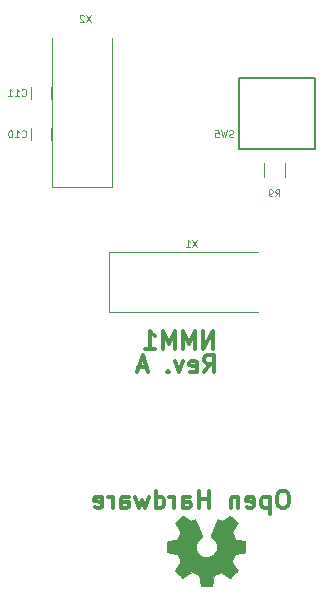
<source format=gbr>
G04 #@! TF.FileFunction,Legend,Bot*
%FSLAX46Y46*%
G04 Gerber Fmt 4.6, Leading zero omitted, Abs format (unit mm)*
G04 Created by KiCad (PCBNEW 4.0.5) date 03/28/17 16:53:09*
%MOMM*%
%LPD*%
G01*
G04 APERTURE LIST*
%ADD10C,0.100000*%
%ADD11C,0.300000*%
%ADD12C,0.120000*%
%ADD13C,0.150000*%
%ADD14C,0.010000*%
G04 APERTURE END LIST*
D10*
D11*
X142571428Y-93178571D02*
X143071428Y-92464286D01*
X143428571Y-93178571D02*
X143428571Y-91678571D01*
X142857143Y-91678571D01*
X142714285Y-91750000D01*
X142642857Y-91821429D01*
X142571428Y-91964286D01*
X142571428Y-92178571D01*
X142642857Y-92321429D01*
X142714285Y-92392857D01*
X142857143Y-92464286D01*
X143428571Y-92464286D01*
X141357143Y-93107143D02*
X141500000Y-93178571D01*
X141785714Y-93178571D01*
X141928571Y-93107143D01*
X142000000Y-92964286D01*
X142000000Y-92392857D01*
X141928571Y-92250000D01*
X141785714Y-92178571D01*
X141500000Y-92178571D01*
X141357143Y-92250000D01*
X141285714Y-92392857D01*
X141285714Y-92535714D01*
X142000000Y-92678571D01*
X140785714Y-92178571D02*
X140428571Y-93178571D01*
X140071429Y-92178571D01*
X139500000Y-93035714D02*
X139428572Y-93107143D01*
X139500000Y-93178571D01*
X139571429Y-93107143D01*
X139500000Y-93035714D01*
X139500000Y-93178571D01*
X137714286Y-92750000D02*
X137000000Y-92750000D01*
X137857143Y-93178571D02*
X137357143Y-91678571D01*
X136857143Y-93178571D01*
X149392857Y-103178571D02*
X149107143Y-103178571D01*
X148964285Y-103250000D01*
X148821428Y-103392857D01*
X148750000Y-103678571D01*
X148750000Y-104178571D01*
X148821428Y-104464286D01*
X148964285Y-104607143D01*
X149107143Y-104678571D01*
X149392857Y-104678571D01*
X149535714Y-104607143D01*
X149678571Y-104464286D01*
X149750000Y-104178571D01*
X149750000Y-103678571D01*
X149678571Y-103392857D01*
X149535714Y-103250000D01*
X149392857Y-103178571D01*
X148107142Y-103678571D02*
X148107142Y-105178571D01*
X148107142Y-103750000D02*
X147964285Y-103678571D01*
X147678571Y-103678571D01*
X147535714Y-103750000D01*
X147464285Y-103821429D01*
X147392856Y-103964286D01*
X147392856Y-104392857D01*
X147464285Y-104535714D01*
X147535714Y-104607143D01*
X147678571Y-104678571D01*
X147964285Y-104678571D01*
X148107142Y-104607143D01*
X146178571Y-104607143D02*
X146321428Y-104678571D01*
X146607142Y-104678571D01*
X146749999Y-104607143D01*
X146821428Y-104464286D01*
X146821428Y-103892857D01*
X146749999Y-103750000D01*
X146607142Y-103678571D01*
X146321428Y-103678571D01*
X146178571Y-103750000D01*
X146107142Y-103892857D01*
X146107142Y-104035714D01*
X146821428Y-104178571D01*
X145464285Y-103678571D02*
X145464285Y-104678571D01*
X145464285Y-103821429D02*
X145392857Y-103750000D01*
X145249999Y-103678571D01*
X145035714Y-103678571D01*
X144892857Y-103750000D01*
X144821428Y-103892857D01*
X144821428Y-104678571D01*
X142964285Y-104678571D02*
X142964285Y-103178571D01*
X142964285Y-103892857D02*
X142107142Y-103892857D01*
X142107142Y-104678571D02*
X142107142Y-103178571D01*
X140749999Y-104678571D02*
X140749999Y-103892857D01*
X140821428Y-103750000D01*
X140964285Y-103678571D01*
X141249999Y-103678571D01*
X141392856Y-103750000D01*
X140749999Y-104607143D02*
X140892856Y-104678571D01*
X141249999Y-104678571D01*
X141392856Y-104607143D01*
X141464285Y-104464286D01*
X141464285Y-104321429D01*
X141392856Y-104178571D01*
X141249999Y-104107143D01*
X140892856Y-104107143D01*
X140749999Y-104035714D01*
X140035713Y-104678571D02*
X140035713Y-103678571D01*
X140035713Y-103964286D02*
X139964285Y-103821429D01*
X139892856Y-103750000D01*
X139749999Y-103678571D01*
X139607142Y-103678571D01*
X138464285Y-104678571D02*
X138464285Y-103178571D01*
X138464285Y-104607143D02*
X138607142Y-104678571D01*
X138892856Y-104678571D01*
X139035714Y-104607143D01*
X139107142Y-104535714D01*
X139178571Y-104392857D01*
X139178571Y-103964286D01*
X139107142Y-103821429D01*
X139035714Y-103750000D01*
X138892856Y-103678571D01*
X138607142Y-103678571D01*
X138464285Y-103750000D01*
X137892856Y-103678571D02*
X137607142Y-104678571D01*
X137321428Y-103964286D01*
X137035713Y-104678571D01*
X136749999Y-103678571D01*
X135535713Y-104678571D02*
X135535713Y-103892857D01*
X135607142Y-103750000D01*
X135749999Y-103678571D01*
X136035713Y-103678571D01*
X136178570Y-103750000D01*
X135535713Y-104607143D02*
X135678570Y-104678571D01*
X136035713Y-104678571D01*
X136178570Y-104607143D01*
X136249999Y-104464286D01*
X136249999Y-104321429D01*
X136178570Y-104178571D01*
X136035713Y-104107143D01*
X135678570Y-104107143D01*
X135535713Y-104035714D01*
X134821427Y-104678571D02*
X134821427Y-103678571D01*
X134821427Y-103964286D02*
X134749999Y-103821429D01*
X134678570Y-103750000D01*
X134535713Y-103678571D01*
X134392856Y-103678571D01*
X133321428Y-104607143D02*
X133464285Y-104678571D01*
X133749999Y-104678571D01*
X133892856Y-104607143D01*
X133964285Y-104464286D01*
X133964285Y-103892857D01*
X133892856Y-103750000D01*
X133749999Y-103678571D01*
X133464285Y-103678571D01*
X133321428Y-103750000D01*
X133249999Y-103892857D01*
X133249999Y-104035714D01*
X133964285Y-104178571D01*
X143357143Y-91178571D02*
X143357143Y-89678571D01*
X142500000Y-91178571D01*
X142500000Y-89678571D01*
X141785714Y-91178571D02*
X141785714Y-89678571D01*
X141285714Y-90750000D01*
X140785714Y-89678571D01*
X140785714Y-91178571D01*
X140071428Y-91178571D02*
X140071428Y-89678571D01*
X139571428Y-90750000D01*
X139071428Y-89678571D01*
X139071428Y-91178571D01*
X137571428Y-91178571D02*
X138428571Y-91178571D01*
X137999999Y-91178571D02*
X137999999Y-89678571D01*
X138142856Y-89892857D01*
X138285714Y-90035714D01*
X138428571Y-90107143D01*
D12*
X127900000Y-73500000D02*
X127900000Y-72500000D01*
X129600000Y-72500000D02*
X129600000Y-73500000D01*
X129600000Y-69000000D02*
X129600000Y-70000000D01*
X127900000Y-70000000D02*
X127900000Y-69000000D01*
X149380000Y-76600000D02*
X149380000Y-75400000D01*
X147620000Y-75400000D02*
X147620000Y-76600000D01*
X147150000Y-88050000D02*
X134550000Y-88050000D01*
X134550000Y-88050000D02*
X134550000Y-82950000D01*
X134550000Y-82950000D02*
X147150000Y-82950000D01*
X134800000Y-64850000D02*
X134800000Y-77450000D01*
X134800000Y-77450000D02*
X129700000Y-77450000D01*
X129700000Y-77450000D02*
X129700000Y-64850000D01*
D13*
X145500000Y-74250000D02*
X145500000Y-68250000D01*
X152000000Y-74250000D02*
X152000000Y-68250000D01*
X145500000Y-68250000D02*
X152000000Y-68250000D01*
X145500000Y-74250000D02*
X152000000Y-74250000D01*
D14*
G36*
X143305814Y-110781069D02*
X143389635Y-110336445D01*
X143698920Y-110208947D01*
X144008206Y-110081449D01*
X144379246Y-110333754D01*
X144483157Y-110404004D01*
X144577087Y-110466728D01*
X144656652Y-110519062D01*
X144717470Y-110558143D01*
X144755157Y-110581107D01*
X144765421Y-110586058D01*
X144783910Y-110573324D01*
X144823420Y-110538118D01*
X144879522Y-110484938D01*
X144947787Y-110418282D01*
X145023786Y-110342646D01*
X145103092Y-110262528D01*
X145181275Y-110182426D01*
X145253907Y-110106836D01*
X145316559Y-110040255D01*
X145364803Y-109987182D01*
X145394210Y-109952113D01*
X145401241Y-109940377D01*
X145391123Y-109918740D01*
X145362759Y-109871338D01*
X145319129Y-109802807D01*
X145263218Y-109717785D01*
X145198006Y-109620907D01*
X145160219Y-109565650D01*
X145091343Y-109464752D01*
X145030140Y-109373701D01*
X144979578Y-109297030D01*
X144942628Y-109239272D01*
X144922258Y-109204957D01*
X144919197Y-109197746D01*
X144926136Y-109177252D01*
X144945051Y-109129487D01*
X144973087Y-109061168D01*
X145007391Y-108979011D01*
X145045109Y-108889730D01*
X145083387Y-108800042D01*
X145119370Y-108716662D01*
X145150206Y-108646306D01*
X145173039Y-108595690D01*
X145185017Y-108571529D01*
X145185724Y-108570578D01*
X145204531Y-108565964D01*
X145254618Y-108555672D01*
X145330793Y-108540713D01*
X145427865Y-108522099D01*
X145540643Y-108500841D01*
X145606442Y-108488582D01*
X145726950Y-108465638D01*
X145835797Y-108443805D01*
X145927476Y-108424278D01*
X145996481Y-108408252D01*
X146037304Y-108396921D01*
X146045511Y-108393326D01*
X146053548Y-108368994D01*
X146060033Y-108314041D01*
X146064970Y-108234892D01*
X146068364Y-108137974D01*
X146070218Y-108029713D01*
X146070538Y-107916535D01*
X146069327Y-107804865D01*
X146066590Y-107701132D01*
X146062331Y-107611759D01*
X146056555Y-107543174D01*
X146049267Y-107501803D01*
X146044895Y-107493190D01*
X146018764Y-107482867D01*
X145963393Y-107468108D01*
X145886107Y-107450648D01*
X145794230Y-107432220D01*
X145762158Y-107426259D01*
X145607524Y-107397934D01*
X145485375Y-107375124D01*
X145391673Y-107356920D01*
X145322384Y-107342417D01*
X145273471Y-107330708D01*
X145240897Y-107320885D01*
X145220628Y-107312044D01*
X145208626Y-107303276D01*
X145206947Y-107301543D01*
X145190184Y-107273629D01*
X145164614Y-107219305D01*
X145132788Y-107145223D01*
X145097260Y-107058035D01*
X145060583Y-106964392D01*
X145025311Y-106870948D01*
X144993996Y-106784353D01*
X144969193Y-106711260D01*
X144953454Y-106658322D01*
X144949332Y-106632189D01*
X144949676Y-106631274D01*
X144963641Y-106609914D01*
X144995322Y-106562916D01*
X145041391Y-106495173D01*
X145098518Y-106411577D01*
X145163373Y-106317018D01*
X145181843Y-106290146D01*
X145247699Y-106192725D01*
X145305650Y-106103837D01*
X145352538Y-106028588D01*
X145385207Y-105972080D01*
X145400500Y-105939419D01*
X145401241Y-105935407D01*
X145388392Y-105914316D01*
X145352888Y-105872536D01*
X145299293Y-105814555D01*
X145232171Y-105744865D01*
X145156087Y-105667955D01*
X145075604Y-105588317D01*
X144995287Y-105510439D01*
X144919699Y-105438814D01*
X144853405Y-105377930D01*
X144800969Y-105332279D01*
X144766955Y-105306350D01*
X144757545Y-105302117D01*
X144735643Y-105312088D01*
X144690800Y-105338980D01*
X144630321Y-105378264D01*
X144583789Y-105409883D01*
X144499475Y-105467902D01*
X144399626Y-105536216D01*
X144299473Y-105604421D01*
X144245627Y-105640925D01*
X144063371Y-105764200D01*
X143910381Y-105681480D01*
X143840682Y-105645241D01*
X143781414Y-105617074D01*
X143741311Y-105601009D01*
X143731103Y-105598774D01*
X143718829Y-105615278D01*
X143694613Y-105661918D01*
X143660263Y-105734391D01*
X143617588Y-105828394D01*
X143568394Y-105939626D01*
X143514490Y-106063785D01*
X143457684Y-106196568D01*
X143399782Y-106333673D01*
X143342593Y-106470798D01*
X143287924Y-106603642D01*
X143237584Y-106727902D01*
X143193380Y-106839275D01*
X143157119Y-106933461D01*
X143130609Y-107006156D01*
X143115658Y-107053059D01*
X143113254Y-107069167D01*
X143132311Y-107089714D01*
X143174036Y-107123067D01*
X143229706Y-107162298D01*
X143234378Y-107165401D01*
X143378264Y-107280577D01*
X143494283Y-107414947D01*
X143581430Y-107564216D01*
X143638699Y-107724087D01*
X143665086Y-107890263D01*
X143659585Y-108058448D01*
X143621190Y-108224345D01*
X143548895Y-108383658D01*
X143527626Y-108418513D01*
X143416996Y-108559263D01*
X143286302Y-108672286D01*
X143140064Y-108756997D01*
X142982808Y-108812806D01*
X142819057Y-108839126D01*
X142653333Y-108835370D01*
X142490162Y-108800950D01*
X142334065Y-108735277D01*
X142189567Y-108637765D01*
X142144869Y-108598187D01*
X142031112Y-108474297D01*
X141948218Y-108343876D01*
X141891356Y-108197685D01*
X141859687Y-108052912D01*
X141851869Y-107890140D01*
X141877938Y-107726560D01*
X141935245Y-107567702D01*
X142021144Y-107419094D01*
X142132986Y-107286265D01*
X142268123Y-107174744D01*
X142285883Y-107162989D01*
X142342150Y-107124492D01*
X142384923Y-107091137D01*
X142405372Y-107069840D01*
X142405669Y-107069167D01*
X142401279Y-107046129D01*
X142383876Y-106993843D01*
X142355268Y-106916610D01*
X142317265Y-106818732D01*
X142271674Y-106704509D01*
X142220303Y-106578242D01*
X142164962Y-106444233D01*
X142107458Y-106306782D01*
X142049601Y-106170192D01*
X141993198Y-106038763D01*
X141940058Y-105916795D01*
X141891990Y-105808591D01*
X141850801Y-105718451D01*
X141818301Y-105650677D01*
X141796297Y-105609570D01*
X141787436Y-105598774D01*
X141760360Y-105607181D01*
X141709697Y-105629728D01*
X141644183Y-105662387D01*
X141608159Y-105681480D01*
X141455168Y-105764200D01*
X141272912Y-105640925D01*
X141179875Y-105577772D01*
X141078015Y-105508273D01*
X140982562Y-105442835D01*
X140934750Y-105409883D01*
X140867505Y-105364727D01*
X140810564Y-105328943D01*
X140771354Y-105307062D01*
X140758619Y-105302437D01*
X140740083Y-105314915D01*
X140699059Y-105349748D01*
X140639525Y-105403322D01*
X140565458Y-105472017D01*
X140480835Y-105552219D01*
X140427315Y-105603714D01*
X140333681Y-105695714D01*
X140252759Y-105778001D01*
X140187823Y-105847055D01*
X140142142Y-105899356D01*
X140118989Y-105931384D01*
X140116768Y-105937884D01*
X140127076Y-105962606D01*
X140155561Y-106012595D01*
X140199063Y-106082788D01*
X140254423Y-106168125D01*
X140318480Y-106263544D01*
X140336697Y-106290146D01*
X140403073Y-106386833D01*
X140462622Y-106473883D01*
X140512016Y-106546405D01*
X140547925Y-106599507D01*
X140567019Y-106628297D01*
X140568864Y-106631274D01*
X140566105Y-106654218D01*
X140551462Y-106704664D01*
X140527487Y-106775959D01*
X140496734Y-106861453D01*
X140461756Y-106954493D01*
X140425107Y-107048426D01*
X140389339Y-107136601D01*
X140357006Y-107212366D01*
X140330662Y-107269069D01*
X140312858Y-107300057D01*
X140311593Y-107301543D01*
X140300706Y-107310399D01*
X140282318Y-107319157D01*
X140252394Y-107328723D01*
X140206897Y-107340004D01*
X140141791Y-107353907D01*
X140053039Y-107371337D01*
X139936607Y-107393202D01*
X139788458Y-107420409D01*
X139756382Y-107426259D01*
X139661314Y-107444626D01*
X139578435Y-107462595D01*
X139515070Y-107478431D01*
X139478542Y-107490400D01*
X139473644Y-107493190D01*
X139465573Y-107517928D01*
X139459013Y-107573210D01*
X139453967Y-107652611D01*
X139450441Y-107749704D01*
X139448439Y-107858062D01*
X139447964Y-107971260D01*
X139449023Y-108082872D01*
X139451618Y-108186471D01*
X139455754Y-108275632D01*
X139461437Y-108343928D01*
X139468669Y-108384934D01*
X139473029Y-108393326D01*
X139497302Y-108401792D01*
X139552574Y-108415565D01*
X139633338Y-108433450D01*
X139734088Y-108454252D01*
X139849317Y-108476777D01*
X139912098Y-108488582D01*
X140031213Y-108510849D01*
X140137435Y-108531021D01*
X140225573Y-108548085D01*
X140290434Y-108561031D01*
X140326826Y-108568845D01*
X140332816Y-108570578D01*
X140342939Y-108590110D01*
X140364338Y-108637157D01*
X140394161Y-108704997D01*
X140429555Y-108786909D01*
X140467668Y-108876172D01*
X140505647Y-108966065D01*
X140540640Y-109049865D01*
X140569794Y-109120853D01*
X140590257Y-109172306D01*
X140599177Y-109197503D01*
X140599343Y-109198604D01*
X140589231Y-109218481D01*
X140560883Y-109264223D01*
X140517277Y-109331283D01*
X140461394Y-109415116D01*
X140396213Y-109511174D01*
X140358321Y-109566350D01*
X140289275Y-109667519D01*
X140227950Y-109759370D01*
X140177337Y-109837256D01*
X140140429Y-109896531D01*
X140120218Y-109932549D01*
X140117299Y-109940623D01*
X140129847Y-109959416D01*
X140164537Y-109999543D01*
X140216937Y-110056507D01*
X140282616Y-110125815D01*
X140357144Y-110202969D01*
X140436087Y-110283475D01*
X140515017Y-110362837D01*
X140589500Y-110436560D01*
X140655106Y-110500148D01*
X140707404Y-110549106D01*
X140741961Y-110578939D01*
X140753522Y-110586058D01*
X140772346Y-110576047D01*
X140817369Y-110547922D01*
X140884213Y-110504546D01*
X140968501Y-110448782D01*
X141065856Y-110383494D01*
X141139293Y-110333754D01*
X141510333Y-110081449D01*
X142128905Y-110336445D01*
X142212725Y-110781069D01*
X142296546Y-111225693D01*
X143221994Y-111225693D01*
X143305814Y-110781069D01*
X143305814Y-110781069D01*
G37*
X143305814Y-110781069D02*
X143389635Y-110336445D01*
X143698920Y-110208947D01*
X144008206Y-110081449D01*
X144379246Y-110333754D01*
X144483157Y-110404004D01*
X144577087Y-110466728D01*
X144656652Y-110519062D01*
X144717470Y-110558143D01*
X144755157Y-110581107D01*
X144765421Y-110586058D01*
X144783910Y-110573324D01*
X144823420Y-110538118D01*
X144879522Y-110484938D01*
X144947787Y-110418282D01*
X145023786Y-110342646D01*
X145103092Y-110262528D01*
X145181275Y-110182426D01*
X145253907Y-110106836D01*
X145316559Y-110040255D01*
X145364803Y-109987182D01*
X145394210Y-109952113D01*
X145401241Y-109940377D01*
X145391123Y-109918740D01*
X145362759Y-109871338D01*
X145319129Y-109802807D01*
X145263218Y-109717785D01*
X145198006Y-109620907D01*
X145160219Y-109565650D01*
X145091343Y-109464752D01*
X145030140Y-109373701D01*
X144979578Y-109297030D01*
X144942628Y-109239272D01*
X144922258Y-109204957D01*
X144919197Y-109197746D01*
X144926136Y-109177252D01*
X144945051Y-109129487D01*
X144973087Y-109061168D01*
X145007391Y-108979011D01*
X145045109Y-108889730D01*
X145083387Y-108800042D01*
X145119370Y-108716662D01*
X145150206Y-108646306D01*
X145173039Y-108595690D01*
X145185017Y-108571529D01*
X145185724Y-108570578D01*
X145204531Y-108565964D01*
X145254618Y-108555672D01*
X145330793Y-108540713D01*
X145427865Y-108522099D01*
X145540643Y-108500841D01*
X145606442Y-108488582D01*
X145726950Y-108465638D01*
X145835797Y-108443805D01*
X145927476Y-108424278D01*
X145996481Y-108408252D01*
X146037304Y-108396921D01*
X146045511Y-108393326D01*
X146053548Y-108368994D01*
X146060033Y-108314041D01*
X146064970Y-108234892D01*
X146068364Y-108137974D01*
X146070218Y-108029713D01*
X146070538Y-107916535D01*
X146069327Y-107804865D01*
X146066590Y-107701132D01*
X146062331Y-107611759D01*
X146056555Y-107543174D01*
X146049267Y-107501803D01*
X146044895Y-107493190D01*
X146018764Y-107482867D01*
X145963393Y-107468108D01*
X145886107Y-107450648D01*
X145794230Y-107432220D01*
X145762158Y-107426259D01*
X145607524Y-107397934D01*
X145485375Y-107375124D01*
X145391673Y-107356920D01*
X145322384Y-107342417D01*
X145273471Y-107330708D01*
X145240897Y-107320885D01*
X145220628Y-107312044D01*
X145208626Y-107303276D01*
X145206947Y-107301543D01*
X145190184Y-107273629D01*
X145164614Y-107219305D01*
X145132788Y-107145223D01*
X145097260Y-107058035D01*
X145060583Y-106964392D01*
X145025311Y-106870948D01*
X144993996Y-106784353D01*
X144969193Y-106711260D01*
X144953454Y-106658322D01*
X144949332Y-106632189D01*
X144949676Y-106631274D01*
X144963641Y-106609914D01*
X144995322Y-106562916D01*
X145041391Y-106495173D01*
X145098518Y-106411577D01*
X145163373Y-106317018D01*
X145181843Y-106290146D01*
X145247699Y-106192725D01*
X145305650Y-106103837D01*
X145352538Y-106028588D01*
X145385207Y-105972080D01*
X145400500Y-105939419D01*
X145401241Y-105935407D01*
X145388392Y-105914316D01*
X145352888Y-105872536D01*
X145299293Y-105814555D01*
X145232171Y-105744865D01*
X145156087Y-105667955D01*
X145075604Y-105588317D01*
X144995287Y-105510439D01*
X144919699Y-105438814D01*
X144853405Y-105377930D01*
X144800969Y-105332279D01*
X144766955Y-105306350D01*
X144757545Y-105302117D01*
X144735643Y-105312088D01*
X144690800Y-105338980D01*
X144630321Y-105378264D01*
X144583789Y-105409883D01*
X144499475Y-105467902D01*
X144399626Y-105536216D01*
X144299473Y-105604421D01*
X144245627Y-105640925D01*
X144063371Y-105764200D01*
X143910381Y-105681480D01*
X143840682Y-105645241D01*
X143781414Y-105617074D01*
X143741311Y-105601009D01*
X143731103Y-105598774D01*
X143718829Y-105615278D01*
X143694613Y-105661918D01*
X143660263Y-105734391D01*
X143617588Y-105828394D01*
X143568394Y-105939626D01*
X143514490Y-106063785D01*
X143457684Y-106196568D01*
X143399782Y-106333673D01*
X143342593Y-106470798D01*
X143287924Y-106603642D01*
X143237584Y-106727902D01*
X143193380Y-106839275D01*
X143157119Y-106933461D01*
X143130609Y-107006156D01*
X143115658Y-107053059D01*
X143113254Y-107069167D01*
X143132311Y-107089714D01*
X143174036Y-107123067D01*
X143229706Y-107162298D01*
X143234378Y-107165401D01*
X143378264Y-107280577D01*
X143494283Y-107414947D01*
X143581430Y-107564216D01*
X143638699Y-107724087D01*
X143665086Y-107890263D01*
X143659585Y-108058448D01*
X143621190Y-108224345D01*
X143548895Y-108383658D01*
X143527626Y-108418513D01*
X143416996Y-108559263D01*
X143286302Y-108672286D01*
X143140064Y-108756997D01*
X142982808Y-108812806D01*
X142819057Y-108839126D01*
X142653333Y-108835370D01*
X142490162Y-108800950D01*
X142334065Y-108735277D01*
X142189567Y-108637765D01*
X142144869Y-108598187D01*
X142031112Y-108474297D01*
X141948218Y-108343876D01*
X141891356Y-108197685D01*
X141859687Y-108052912D01*
X141851869Y-107890140D01*
X141877938Y-107726560D01*
X141935245Y-107567702D01*
X142021144Y-107419094D01*
X142132986Y-107286265D01*
X142268123Y-107174744D01*
X142285883Y-107162989D01*
X142342150Y-107124492D01*
X142384923Y-107091137D01*
X142405372Y-107069840D01*
X142405669Y-107069167D01*
X142401279Y-107046129D01*
X142383876Y-106993843D01*
X142355268Y-106916610D01*
X142317265Y-106818732D01*
X142271674Y-106704509D01*
X142220303Y-106578242D01*
X142164962Y-106444233D01*
X142107458Y-106306782D01*
X142049601Y-106170192D01*
X141993198Y-106038763D01*
X141940058Y-105916795D01*
X141891990Y-105808591D01*
X141850801Y-105718451D01*
X141818301Y-105650677D01*
X141796297Y-105609570D01*
X141787436Y-105598774D01*
X141760360Y-105607181D01*
X141709697Y-105629728D01*
X141644183Y-105662387D01*
X141608159Y-105681480D01*
X141455168Y-105764200D01*
X141272912Y-105640925D01*
X141179875Y-105577772D01*
X141078015Y-105508273D01*
X140982562Y-105442835D01*
X140934750Y-105409883D01*
X140867505Y-105364727D01*
X140810564Y-105328943D01*
X140771354Y-105307062D01*
X140758619Y-105302437D01*
X140740083Y-105314915D01*
X140699059Y-105349748D01*
X140639525Y-105403322D01*
X140565458Y-105472017D01*
X140480835Y-105552219D01*
X140427315Y-105603714D01*
X140333681Y-105695714D01*
X140252759Y-105778001D01*
X140187823Y-105847055D01*
X140142142Y-105899356D01*
X140118989Y-105931384D01*
X140116768Y-105937884D01*
X140127076Y-105962606D01*
X140155561Y-106012595D01*
X140199063Y-106082788D01*
X140254423Y-106168125D01*
X140318480Y-106263544D01*
X140336697Y-106290146D01*
X140403073Y-106386833D01*
X140462622Y-106473883D01*
X140512016Y-106546405D01*
X140547925Y-106599507D01*
X140567019Y-106628297D01*
X140568864Y-106631274D01*
X140566105Y-106654218D01*
X140551462Y-106704664D01*
X140527487Y-106775959D01*
X140496734Y-106861453D01*
X140461756Y-106954493D01*
X140425107Y-107048426D01*
X140389339Y-107136601D01*
X140357006Y-107212366D01*
X140330662Y-107269069D01*
X140312858Y-107300057D01*
X140311593Y-107301543D01*
X140300706Y-107310399D01*
X140282318Y-107319157D01*
X140252394Y-107328723D01*
X140206897Y-107340004D01*
X140141791Y-107353907D01*
X140053039Y-107371337D01*
X139936607Y-107393202D01*
X139788458Y-107420409D01*
X139756382Y-107426259D01*
X139661314Y-107444626D01*
X139578435Y-107462595D01*
X139515070Y-107478431D01*
X139478542Y-107490400D01*
X139473644Y-107493190D01*
X139465573Y-107517928D01*
X139459013Y-107573210D01*
X139453967Y-107652611D01*
X139450441Y-107749704D01*
X139448439Y-107858062D01*
X139447964Y-107971260D01*
X139449023Y-108082872D01*
X139451618Y-108186471D01*
X139455754Y-108275632D01*
X139461437Y-108343928D01*
X139468669Y-108384934D01*
X139473029Y-108393326D01*
X139497302Y-108401792D01*
X139552574Y-108415565D01*
X139633338Y-108433450D01*
X139734088Y-108454252D01*
X139849317Y-108476777D01*
X139912098Y-108488582D01*
X140031213Y-108510849D01*
X140137435Y-108531021D01*
X140225573Y-108548085D01*
X140290434Y-108561031D01*
X140326826Y-108568845D01*
X140332816Y-108570578D01*
X140342939Y-108590110D01*
X140364338Y-108637157D01*
X140394161Y-108704997D01*
X140429555Y-108786909D01*
X140467668Y-108876172D01*
X140505647Y-108966065D01*
X140540640Y-109049865D01*
X140569794Y-109120853D01*
X140590257Y-109172306D01*
X140599177Y-109197503D01*
X140599343Y-109198604D01*
X140589231Y-109218481D01*
X140560883Y-109264223D01*
X140517277Y-109331283D01*
X140461394Y-109415116D01*
X140396213Y-109511174D01*
X140358321Y-109566350D01*
X140289275Y-109667519D01*
X140227950Y-109759370D01*
X140177337Y-109837256D01*
X140140429Y-109896531D01*
X140120218Y-109932549D01*
X140117299Y-109940623D01*
X140129847Y-109959416D01*
X140164537Y-109999543D01*
X140216937Y-110056507D01*
X140282616Y-110125815D01*
X140357144Y-110202969D01*
X140436087Y-110283475D01*
X140515017Y-110362837D01*
X140589500Y-110436560D01*
X140655106Y-110500148D01*
X140707404Y-110549106D01*
X140741961Y-110578939D01*
X140753522Y-110586058D01*
X140772346Y-110576047D01*
X140817369Y-110547922D01*
X140884213Y-110504546D01*
X140968501Y-110448782D01*
X141065856Y-110383494D01*
X141139293Y-110333754D01*
X141510333Y-110081449D01*
X142128905Y-110336445D01*
X142212725Y-110781069D01*
X142296546Y-111225693D01*
X143221994Y-111225693D01*
X143305814Y-110781069D01*
D10*
X127135715Y-73214286D02*
X127164286Y-73242857D01*
X127250000Y-73271429D01*
X127307143Y-73271429D01*
X127392858Y-73242857D01*
X127450000Y-73185714D01*
X127478572Y-73128571D01*
X127507143Y-73014286D01*
X127507143Y-72928571D01*
X127478572Y-72814286D01*
X127450000Y-72757143D01*
X127392858Y-72700000D01*
X127307143Y-72671429D01*
X127250000Y-72671429D01*
X127164286Y-72700000D01*
X127135715Y-72728571D01*
X126564286Y-73271429D02*
X126907143Y-73271429D01*
X126735715Y-73271429D02*
X126735715Y-72671429D01*
X126792858Y-72757143D01*
X126850000Y-72814286D01*
X126907143Y-72842857D01*
X126192857Y-72671429D02*
X126135714Y-72671429D01*
X126078571Y-72700000D01*
X126050000Y-72728571D01*
X126021429Y-72785714D01*
X125992857Y-72900000D01*
X125992857Y-73042857D01*
X126021429Y-73157143D01*
X126050000Y-73214286D01*
X126078571Y-73242857D01*
X126135714Y-73271429D01*
X126192857Y-73271429D01*
X126250000Y-73242857D01*
X126278571Y-73214286D01*
X126307143Y-73157143D01*
X126335714Y-73042857D01*
X126335714Y-72900000D01*
X126307143Y-72785714D01*
X126278571Y-72728571D01*
X126250000Y-72700000D01*
X126192857Y-72671429D01*
X127135715Y-69714286D02*
X127164286Y-69742857D01*
X127250000Y-69771429D01*
X127307143Y-69771429D01*
X127392858Y-69742857D01*
X127450000Y-69685714D01*
X127478572Y-69628571D01*
X127507143Y-69514286D01*
X127507143Y-69428571D01*
X127478572Y-69314286D01*
X127450000Y-69257143D01*
X127392858Y-69200000D01*
X127307143Y-69171429D01*
X127250000Y-69171429D01*
X127164286Y-69200000D01*
X127135715Y-69228571D01*
X126564286Y-69771429D02*
X126907143Y-69771429D01*
X126735715Y-69771429D02*
X126735715Y-69171429D01*
X126792858Y-69257143D01*
X126850000Y-69314286D01*
X126907143Y-69342857D01*
X125992857Y-69771429D02*
X126335714Y-69771429D01*
X126164286Y-69771429D02*
X126164286Y-69171429D01*
X126221429Y-69257143D01*
X126278571Y-69314286D01*
X126335714Y-69342857D01*
X148600000Y-78271429D02*
X148800000Y-77985714D01*
X148942857Y-78271429D02*
X148942857Y-77671429D01*
X148714285Y-77671429D01*
X148657143Y-77700000D01*
X148628571Y-77728571D01*
X148600000Y-77785714D01*
X148600000Y-77871429D01*
X148628571Y-77928571D01*
X148657143Y-77957143D01*
X148714285Y-77985714D01*
X148942857Y-77985714D01*
X148314285Y-78271429D02*
X148200000Y-78271429D01*
X148142857Y-78242857D01*
X148114285Y-78214286D01*
X148057143Y-78128571D01*
X148028571Y-78014286D01*
X148028571Y-77785714D01*
X148057143Y-77728571D01*
X148085714Y-77700000D01*
X148142857Y-77671429D01*
X148257143Y-77671429D01*
X148314285Y-77700000D01*
X148342857Y-77728571D01*
X148371428Y-77785714D01*
X148371428Y-77928571D01*
X148342857Y-77985714D01*
X148314285Y-78014286D01*
X148257143Y-78042857D01*
X148142857Y-78042857D01*
X148085714Y-78014286D01*
X148057143Y-77985714D01*
X148028571Y-77928571D01*
X141985715Y-81921429D02*
X141585715Y-82521429D01*
X141585715Y-81921429D02*
X141985715Y-82521429D01*
X141042857Y-82521429D02*
X141385714Y-82521429D01*
X141214286Y-82521429D02*
X141214286Y-81921429D01*
X141271429Y-82007143D01*
X141328571Y-82064286D01*
X141385714Y-82092857D01*
X132985715Y-62921429D02*
X132585715Y-63521429D01*
X132585715Y-62921429D02*
X132985715Y-63521429D01*
X132385714Y-62978571D02*
X132357143Y-62950000D01*
X132300000Y-62921429D01*
X132157143Y-62921429D01*
X132100000Y-62950000D01*
X132071429Y-62978571D01*
X132042857Y-63035714D01*
X132042857Y-63092857D01*
X132071429Y-63178571D01*
X132414286Y-63521429D01*
X132042857Y-63521429D01*
X145050000Y-73242857D02*
X144964286Y-73271429D01*
X144821429Y-73271429D01*
X144764286Y-73242857D01*
X144735715Y-73214286D01*
X144707143Y-73157143D01*
X144707143Y-73100000D01*
X144735715Y-73042857D01*
X144764286Y-73014286D01*
X144821429Y-72985714D01*
X144935715Y-72957143D01*
X144992857Y-72928571D01*
X145021429Y-72900000D01*
X145050000Y-72842857D01*
X145050000Y-72785714D01*
X145021429Y-72728571D01*
X144992857Y-72700000D01*
X144935715Y-72671429D01*
X144792857Y-72671429D01*
X144707143Y-72700000D01*
X144507143Y-72671429D02*
X144364286Y-73271429D01*
X144250000Y-72842857D01*
X144135714Y-73271429D01*
X143992857Y-72671429D01*
X143478572Y-72671429D02*
X143764286Y-72671429D01*
X143792857Y-72957143D01*
X143764286Y-72928571D01*
X143707143Y-72900000D01*
X143564286Y-72900000D01*
X143507143Y-72928571D01*
X143478572Y-72957143D01*
X143450000Y-73014286D01*
X143450000Y-73157143D01*
X143478572Y-73214286D01*
X143507143Y-73242857D01*
X143564286Y-73271429D01*
X143707143Y-73271429D01*
X143764286Y-73242857D01*
X143792857Y-73214286D01*
M02*

</source>
